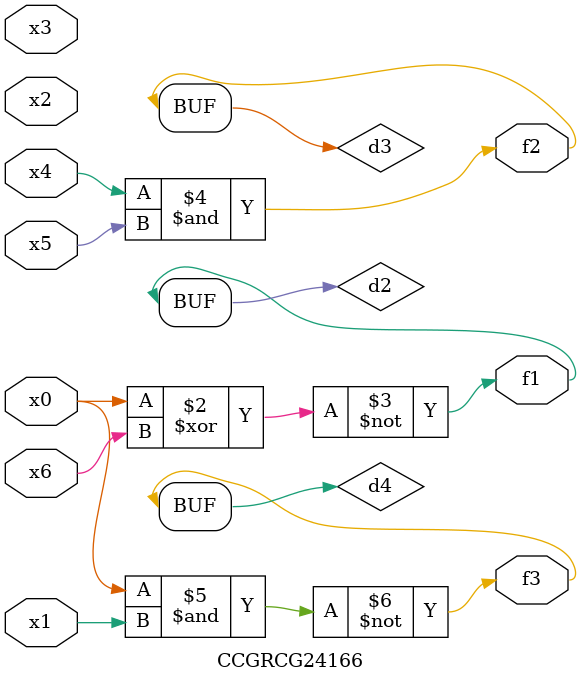
<source format=v>
module CCGRCG24166(
	input x0, x1, x2, x3, x4, x5, x6,
	output f1, f2, f3
);

	wire d1, d2, d3, d4;

	nor (d1, x0);
	xnor (d2, x0, x6);
	and (d3, x4, x5);
	nand (d4, x0, x1);
	assign f1 = d2;
	assign f2 = d3;
	assign f3 = d4;
endmodule

</source>
